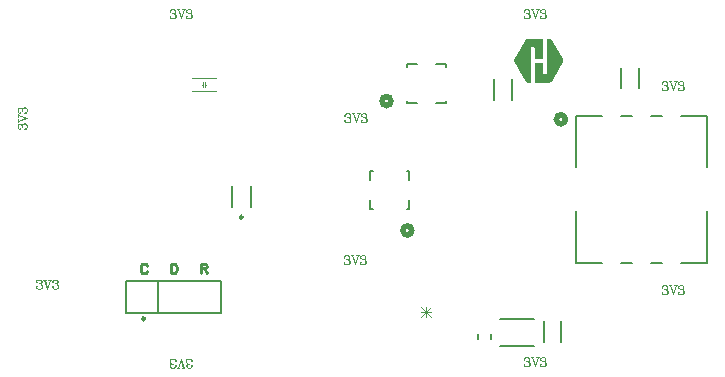
<source format=gbr>
G04*
G04 #@! TF.GenerationSoftware,Altium Limited,Altium Designer,25.8.1 (18)*
G04*
G04 Layer_Color=65535*
%FSLAX44Y44*%
%MOMM*%
G71*
G04*
G04 #@! TF.SameCoordinates,2BA7E10B-6E93-4220-B227-DF091A9E169F*
G04*
G04*
G04 #@! TF.FilePolarity,Positive*
G04*
G01*
G75*
%ADD10C,0.5080*%
%ADD11C,0.2500*%
%ADD12C,0.1524*%
%ADD13C,0.2000*%
%ADD14C,0.1000*%
%ADD15C,0.0800*%
%ADD16C,0.0762*%
%ADD17C,0.2540*%
G36*
X155852Y126433D02*
Y126281D01*
Y126128D01*
Y125976D01*
Y125823D01*
Y125671D01*
Y125519D01*
Y125366D01*
Y125214D01*
Y125062D01*
Y124909D01*
Y124757D01*
Y124604D01*
Y124452D01*
Y124299D01*
Y124147D01*
Y123995D01*
Y123842D01*
Y123690D01*
Y123538D01*
Y123385D01*
Y123233D01*
Y123080D01*
Y122928D01*
Y122775D01*
Y122623D01*
Y122471D01*
Y122318D01*
Y122166D01*
Y122014D01*
Y121861D01*
Y121709D01*
Y121556D01*
Y121404D01*
Y121251D01*
Y121099D01*
Y120947D01*
Y120794D01*
Y120642D01*
Y120490D01*
Y120337D01*
Y120185D01*
Y120032D01*
Y119880D01*
Y119727D01*
Y119575D01*
Y119423D01*
Y119270D01*
Y119118D01*
Y118966D01*
Y118813D01*
Y118661D01*
Y118508D01*
Y118356D01*
Y118203D01*
Y118051D01*
Y117899D01*
Y117746D01*
Y117594D01*
Y117442D01*
Y117289D01*
Y117137D01*
Y116984D01*
Y116832D01*
Y116679D01*
Y116527D01*
Y116375D01*
Y116222D01*
Y116070D01*
Y115918D01*
Y115765D01*
Y115613D01*
Y115460D01*
Y115308D01*
Y115155D01*
Y115003D01*
Y114851D01*
Y114698D01*
Y114546D01*
Y114394D01*
Y114241D01*
Y114089D01*
Y113936D01*
Y113784D01*
Y113631D01*
Y113479D01*
Y113327D01*
Y113174D01*
Y113022D01*
Y112870D01*
Y112717D01*
Y112565D01*
Y112412D01*
Y112260D01*
Y112107D01*
Y111955D01*
Y111803D01*
Y111650D01*
Y111498D01*
Y111346D01*
Y111193D01*
Y111041D01*
Y110888D01*
Y110736D01*
Y110583D01*
Y110431D01*
Y110279D01*
Y110126D01*
Y109974D01*
X148842D01*
Y110126D01*
X148690D01*
Y110279D01*
Y110431D01*
Y110583D01*
Y110736D01*
Y110888D01*
Y111041D01*
Y111193D01*
Y111346D01*
Y111498D01*
Y111650D01*
Y111803D01*
Y111955D01*
Y112107D01*
Y112260D01*
Y112412D01*
Y112565D01*
Y112717D01*
Y112870D01*
Y113022D01*
Y113174D01*
Y113327D01*
Y113479D01*
Y113631D01*
Y113784D01*
Y113936D01*
Y114089D01*
Y114241D01*
Y114394D01*
Y114546D01*
Y114698D01*
Y114851D01*
Y115003D01*
Y115155D01*
Y115308D01*
Y115460D01*
Y115613D01*
Y115765D01*
Y115918D01*
Y116070D01*
Y116222D01*
Y116375D01*
Y116527D01*
Y116679D01*
Y116832D01*
Y116984D01*
Y117137D01*
Y117289D01*
Y117442D01*
Y117594D01*
Y117746D01*
Y117899D01*
Y118051D01*
Y118203D01*
Y118356D01*
Y118508D01*
Y118661D01*
Y118813D01*
X148537D01*
Y118966D01*
Y119118D01*
X148385D01*
Y119270D01*
X148232D01*
Y119423D01*
X148080D01*
Y119575D01*
X147775D01*
Y119727D01*
X147166D01*
Y119880D01*
X147013D01*
Y119727D01*
X146404D01*
Y119575D01*
X146099D01*
Y119423D01*
X145947D01*
Y119270D01*
X145794D01*
Y119118D01*
X145642D01*
Y118966D01*
Y118813D01*
X145489D01*
Y118661D01*
Y118508D01*
Y118356D01*
Y118203D01*
Y118051D01*
Y117899D01*
Y117746D01*
Y117594D01*
Y117442D01*
Y117289D01*
Y117137D01*
Y116984D01*
Y116832D01*
Y116679D01*
Y116527D01*
Y116375D01*
Y116222D01*
Y116070D01*
Y115918D01*
Y115765D01*
Y115613D01*
Y115460D01*
Y115308D01*
Y115155D01*
Y115003D01*
X145337D01*
Y114851D01*
Y114698D01*
Y114546D01*
Y114394D01*
Y114241D01*
Y114089D01*
Y113936D01*
Y113784D01*
Y113631D01*
Y113479D01*
Y113327D01*
Y113174D01*
Y113022D01*
Y112870D01*
Y112717D01*
Y112565D01*
Y112412D01*
Y112260D01*
Y112107D01*
Y111955D01*
Y111803D01*
Y111650D01*
Y111498D01*
Y111346D01*
Y111193D01*
Y111041D01*
Y110888D01*
Y110736D01*
Y110583D01*
Y110431D01*
Y110279D01*
Y110126D01*
Y109974D01*
Y109822D01*
Y109669D01*
Y109517D01*
Y109364D01*
Y109212D01*
Y109059D01*
Y108907D01*
Y108755D01*
Y108602D01*
Y108450D01*
Y108298D01*
Y108145D01*
Y107993D01*
Y107840D01*
Y107688D01*
Y107535D01*
Y107383D01*
Y107231D01*
Y107078D01*
Y106926D01*
Y106774D01*
Y106621D01*
Y106469D01*
Y106316D01*
Y106164D01*
Y106011D01*
Y105859D01*
Y105707D01*
Y105554D01*
X145489D01*
Y105402D01*
Y105250D01*
Y105097D01*
Y104945D01*
Y104792D01*
Y104640D01*
Y104487D01*
Y104335D01*
Y104183D01*
Y104030D01*
Y103878D01*
Y103726D01*
Y103573D01*
Y103421D01*
Y103268D01*
Y103116D01*
Y102963D01*
Y102811D01*
Y102659D01*
Y102506D01*
Y102354D01*
Y102201D01*
Y102049D01*
Y101897D01*
Y101744D01*
Y101592D01*
Y101440D01*
Y101287D01*
Y101135D01*
Y100982D01*
Y100830D01*
Y100677D01*
Y100525D01*
Y100373D01*
Y100220D01*
Y100068D01*
Y99916D01*
Y99763D01*
Y99611D01*
Y99458D01*
Y99306D01*
Y99153D01*
Y99001D01*
Y98849D01*
Y98696D01*
Y98544D01*
Y98392D01*
Y98239D01*
Y98087D01*
Y97934D01*
Y97782D01*
Y97629D01*
Y97477D01*
Y97325D01*
Y97172D01*
Y97020D01*
Y96868D01*
Y96715D01*
Y96563D01*
Y96410D01*
Y96258D01*
Y96105D01*
Y95953D01*
Y95801D01*
Y95648D01*
Y95496D01*
Y95344D01*
Y95191D01*
Y95039D01*
Y94886D01*
Y94734D01*
Y94581D01*
Y94429D01*
Y94277D01*
Y94124D01*
Y93972D01*
Y93820D01*
Y93667D01*
Y93515D01*
Y93362D01*
Y93210D01*
Y93057D01*
Y92905D01*
Y92753D01*
Y92600D01*
Y92448D01*
Y92296D01*
Y92143D01*
Y91991D01*
Y91838D01*
Y91686D01*
Y91533D01*
Y91381D01*
Y91229D01*
Y91076D01*
Y90924D01*
Y90772D01*
Y90619D01*
Y90467D01*
Y90314D01*
Y90162D01*
Y90009D01*
Y89857D01*
X145337D01*
Y89705D01*
X142746D01*
Y89857D01*
X142136D01*
Y90009D01*
X141832D01*
Y90162D01*
X141679D01*
Y90314D01*
X141527D01*
Y90467D01*
X141222D01*
Y90619D01*
Y90772D01*
X141070D01*
Y90924D01*
X140917D01*
Y91076D01*
Y91229D01*
X140765D01*
Y91381D01*
X140612D01*
Y91533D01*
Y91686D01*
X140460D01*
Y91838D01*
Y91991D01*
X140308D01*
Y92143D01*
Y92296D01*
X140155D01*
Y92448D01*
X140003D01*
Y92600D01*
Y92753D01*
X139851D01*
Y92905D01*
Y93057D01*
X139698D01*
Y93210D01*
X139546D01*
Y93362D01*
Y93515D01*
X139393D01*
Y93667D01*
Y93820D01*
X139241D01*
Y93972D01*
Y94124D01*
X139088D01*
Y94277D01*
X138936D01*
Y94429D01*
Y94581D01*
X138784D01*
Y94734D01*
Y94886D01*
X138631D01*
Y95039D01*
Y95191D01*
X138479D01*
Y95344D01*
X138327D01*
Y95496D01*
Y95648D01*
X138174D01*
Y95801D01*
Y95953D01*
X138022D01*
Y96105D01*
Y96258D01*
X137869D01*
Y96410D01*
X137717D01*
Y96563D01*
Y96715D01*
X137564D01*
Y96868D01*
Y97020D01*
X137412D01*
Y97172D01*
X137260D01*
Y97325D01*
Y97477D01*
X137107D01*
Y97629D01*
Y97782D01*
X136955D01*
Y97934D01*
Y98087D01*
X136803D01*
Y98239D01*
X136650D01*
Y98392D01*
Y98544D01*
X136498D01*
Y98696D01*
Y98849D01*
X136345D01*
Y99001D01*
Y99153D01*
X136193D01*
Y99306D01*
X136040D01*
Y99458D01*
Y99611D01*
X135888D01*
Y99763D01*
Y99916D01*
X135736D01*
Y100068D01*
Y100220D01*
X135583D01*
Y100373D01*
X135431D01*
Y100525D01*
Y100677D01*
X135279D01*
Y100830D01*
Y100982D01*
X135126D01*
Y101135D01*
Y101287D01*
X134974D01*
Y101440D01*
X134821D01*
Y101592D01*
Y101744D01*
X134669D01*
Y101897D01*
Y102049D01*
X134516D01*
Y102201D01*
Y102354D01*
X134364D01*
Y102506D01*
X134212D01*
Y102659D01*
Y102811D01*
X134059D01*
Y102963D01*
Y103116D01*
X133907D01*
Y103268D01*
X133755D01*
Y103421D01*
Y103573D01*
X133602D01*
Y103726D01*
Y103878D01*
X133450D01*
Y104030D01*
Y104183D01*
X133297D01*
Y104335D01*
X133145D01*
Y104487D01*
Y104640D01*
X132992D01*
Y104792D01*
Y104945D01*
X132840D01*
Y105097D01*
Y105250D01*
X132688D01*
Y105402D01*
X132535D01*
Y105554D01*
Y105707D01*
X132383D01*
Y105859D01*
Y106011D01*
X132231D01*
Y106164D01*
Y106316D01*
X132078D01*
Y106469D01*
X131926D01*
Y106621D01*
Y106774D01*
X131773D01*
Y106926D01*
Y107078D01*
X131621D01*
Y107231D01*
Y107383D01*
X131468D01*
Y107535D01*
Y107688D01*
Y107840D01*
Y107993D01*
Y108145D01*
Y108298D01*
Y108450D01*
Y108602D01*
Y108755D01*
Y108907D01*
X131621D01*
Y109059D01*
Y109212D01*
Y109364D01*
X131773D01*
Y109517D01*
Y109669D01*
X131926D01*
Y109822D01*
X132078D01*
Y109974D01*
Y110126D01*
X132231D01*
Y110279D01*
Y110431D01*
X132383D01*
Y110583D01*
Y110736D01*
X132535D01*
Y110888D01*
X132688D01*
Y111041D01*
Y111193D01*
X132840D01*
Y111346D01*
Y111498D01*
X132992D01*
Y111650D01*
X133145D01*
Y111803D01*
Y111955D01*
X133297D01*
Y112107D01*
Y112260D01*
X133450D01*
Y112412D01*
Y112565D01*
X133602D01*
Y112717D01*
X133755D01*
Y112870D01*
Y113022D01*
X133907D01*
Y113174D01*
Y113327D01*
X134059D01*
Y113479D01*
Y113631D01*
X134212D01*
Y113784D01*
X134364D01*
Y113936D01*
Y114089D01*
X134516D01*
Y114241D01*
X134669D01*
Y114394D01*
Y114546D01*
X134821D01*
Y114698D01*
Y114851D01*
X134974D01*
Y115003D01*
Y115155D01*
X135126D01*
Y115308D01*
X135279D01*
Y115460D01*
Y115613D01*
X135431D01*
Y115765D01*
Y115918D01*
X135583D01*
Y116070D01*
Y116222D01*
X135736D01*
Y116375D01*
X135888D01*
Y116527D01*
Y116679D01*
X136040D01*
Y116832D01*
Y116984D01*
X136193D01*
Y117137D01*
Y117289D01*
X136345D01*
Y117442D01*
X136498D01*
Y117594D01*
Y117746D01*
X136650D01*
Y117899D01*
Y118051D01*
X136803D01*
Y118203D01*
X136955D01*
Y118356D01*
Y118508D01*
X137107D01*
Y118661D01*
Y118813D01*
X137260D01*
Y118966D01*
Y119118D01*
X137412D01*
Y119270D01*
X137564D01*
Y119423D01*
Y119575D01*
X137717D01*
Y119727D01*
Y119880D01*
X137869D01*
Y120032D01*
Y120185D01*
X138022D01*
Y120337D01*
X138174D01*
Y120490D01*
Y120642D01*
X138327D01*
Y120794D01*
Y120947D01*
X138479D01*
Y121099D01*
Y121251D01*
X138631D01*
Y121404D01*
X138784D01*
Y121556D01*
Y121709D01*
X138936D01*
Y121861D01*
Y122014D01*
X139088D01*
Y122166D01*
X139241D01*
Y122318D01*
Y122471D01*
X139393D01*
Y122623D01*
Y122775D01*
X139546D01*
Y122928D01*
Y123080D01*
X139698D01*
Y123233D01*
X139851D01*
Y123385D01*
Y123538D01*
X140003D01*
Y123690D01*
Y123842D01*
X140155D01*
Y123995D01*
Y124147D01*
X140308D01*
Y124299D01*
X140460D01*
Y124452D01*
Y124604D01*
X140612D01*
Y124757D01*
Y124909D01*
X140765D01*
Y125062D01*
Y125214D01*
X140917D01*
Y125366D01*
X141070D01*
Y125519D01*
Y125671D01*
X141222D01*
Y125823D01*
X141375D01*
Y125976D01*
X141527D01*
Y126128D01*
X141832D01*
Y126281D01*
X142136D01*
Y126433D01*
X142441D01*
Y126586D01*
X155852D01*
Y126433D01*
D02*
G37*
G36*
X162101D02*
X162558D01*
Y126281D01*
X162863D01*
Y126128D01*
X163015D01*
Y125976D01*
X163168D01*
Y125823D01*
X163320D01*
Y125671D01*
X163472D01*
Y125519D01*
X163625D01*
Y125366D01*
X163777D01*
Y125214D01*
Y125062D01*
X163930D01*
Y124909D01*
Y124757D01*
X164082D01*
Y124604D01*
Y124452D01*
X164235D01*
Y124299D01*
X164387D01*
Y124147D01*
Y123995D01*
X164539D01*
Y123842D01*
Y123690D01*
X164692D01*
Y123538D01*
X164844D01*
Y123385D01*
Y123233D01*
X164996D01*
Y123080D01*
Y122928D01*
X165149D01*
Y122775D01*
Y122623D01*
X165301D01*
Y122471D01*
X165454D01*
Y122318D01*
Y122166D01*
X165606D01*
Y122014D01*
Y121861D01*
X165758D01*
Y121709D01*
Y121556D01*
X165911D01*
Y121404D01*
X166063D01*
Y121251D01*
Y121099D01*
X166216D01*
Y120947D01*
Y120794D01*
X166368D01*
Y120642D01*
Y120490D01*
X166521D01*
Y120337D01*
X166673D01*
Y120185D01*
Y120032D01*
X166825D01*
Y119880D01*
Y119727D01*
X166978D01*
Y119575D01*
X167130D01*
Y119423D01*
Y119270D01*
X167283D01*
Y119118D01*
Y118966D01*
X167435D01*
Y118813D01*
Y118661D01*
X167587D01*
Y118508D01*
X167740D01*
Y118356D01*
Y118203D01*
X167892D01*
Y118051D01*
Y117899D01*
X168044D01*
Y117746D01*
Y117594D01*
X168197D01*
Y117442D01*
X168349D01*
Y117289D01*
Y117137D01*
X168502D01*
Y116984D01*
Y116832D01*
X168654D01*
Y116679D01*
Y116527D01*
X168806D01*
Y116375D01*
X168959D01*
Y116222D01*
Y116070D01*
X169111D01*
Y115918D01*
Y115765D01*
X169264D01*
Y115613D01*
X169416D01*
Y115460D01*
Y115308D01*
X169569D01*
Y115155D01*
Y115003D01*
X169721D01*
Y114851D01*
Y114698D01*
X169873D01*
Y114546D01*
X170026D01*
Y114394D01*
Y114241D01*
X170178D01*
Y114089D01*
Y113936D01*
X170331D01*
Y113784D01*
Y113631D01*
X170483D01*
Y113479D01*
X170635D01*
Y113327D01*
Y113174D01*
X170788D01*
Y113022D01*
Y112870D01*
X170940D01*
Y112717D01*
Y112565D01*
X171092D01*
Y112412D01*
X171245D01*
Y112260D01*
Y112107D01*
X171397D01*
Y111955D01*
Y111803D01*
X171550D01*
Y111650D01*
X171702D01*
Y111498D01*
Y111346D01*
X171854D01*
Y111193D01*
Y111041D01*
X172007D01*
Y110888D01*
Y110736D01*
X172159D01*
Y110583D01*
X172312D01*
Y110431D01*
Y110279D01*
X172464D01*
Y110126D01*
Y109974D01*
X172617D01*
Y109822D01*
Y109669D01*
X172769D01*
Y109517D01*
X172921D01*
Y109364D01*
Y109212D01*
X173074D01*
Y109059D01*
Y108907D01*
Y108755D01*
Y108602D01*
X173226D01*
Y108450D01*
Y108298D01*
Y108145D01*
Y107993D01*
Y107840D01*
X173074D01*
Y107688D01*
Y107535D01*
Y107383D01*
Y107231D01*
X172921D01*
Y107078D01*
Y106926D01*
X172769D01*
Y106774D01*
Y106621D01*
X172617D01*
Y106469D01*
Y106316D01*
X172464D01*
Y106164D01*
X172312D01*
Y106011D01*
Y105859D01*
X172159D01*
Y105707D01*
Y105554D01*
X172007D01*
Y105402D01*
X171854D01*
Y105250D01*
Y105097D01*
X171702D01*
Y104945D01*
Y104792D01*
X171550D01*
Y104640D01*
Y104487D01*
X171397D01*
Y104335D01*
X171245D01*
Y104183D01*
Y104030D01*
X171092D01*
Y103878D01*
Y103726D01*
X170940D01*
Y103573D01*
Y103421D01*
X170788D01*
Y103268D01*
X170635D01*
Y103116D01*
Y102963D01*
X170483D01*
Y102811D01*
Y102659D01*
X170331D01*
Y102506D01*
X170178D01*
Y102354D01*
Y102201D01*
X170026D01*
Y102049D01*
Y101897D01*
X169873D01*
Y101744D01*
Y101592D01*
X169721D01*
Y101440D01*
X169569D01*
Y101287D01*
Y101135D01*
X169416D01*
Y100982D01*
Y100830D01*
X169264D01*
Y100677D01*
Y100525D01*
X169111D01*
Y100373D01*
X168959D01*
Y100220D01*
Y100068D01*
X168806D01*
Y99916D01*
Y99763D01*
X168654D01*
Y99611D01*
X168502D01*
Y99458D01*
Y99306D01*
X168349D01*
Y99153D01*
Y99001D01*
X168197D01*
Y98849D01*
Y98696D01*
X168044D01*
Y98544D01*
X167892D01*
Y98392D01*
Y98239D01*
X167740D01*
Y98087D01*
Y97934D01*
X167587D01*
Y97782D01*
Y97629D01*
X167435D01*
Y97477D01*
Y97325D01*
X167283D01*
Y97172D01*
Y97020D01*
X167130D01*
Y96868D01*
X166978D01*
Y96715D01*
Y96563D01*
X166825D01*
Y96410D01*
Y96258D01*
X166673D01*
Y96105D01*
X166521D01*
Y95953D01*
Y95801D01*
X166368D01*
Y95648D01*
Y95496D01*
X166216D01*
Y95344D01*
Y95191D01*
X166063D01*
Y95039D01*
X165911D01*
Y94886D01*
Y94734D01*
X165758D01*
Y94581D01*
Y94429D01*
X165606D01*
Y94277D01*
Y94124D01*
X165454D01*
Y93972D01*
X165301D01*
Y93820D01*
Y93667D01*
X165149D01*
Y93515D01*
Y93362D01*
X164996D01*
Y93210D01*
Y93057D01*
X164844D01*
Y92905D01*
X164692D01*
Y92753D01*
Y92600D01*
X164539D01*
Y92448D01*
Y92296D01*
X164387D01*
Y92143D01*
Y91991D01*
X164235D01*
Y91838D01*
X164082D01*
Y91686D01*
Y91533D01*
X163930D01*
Y91381D01*
Y91229D01*
X163777D01*
Y91076D01*
X163625D01*
Y90924D01*
Y90772D01*
X163472D01*
Y90619D01*
X163320D01*
Y90467D01*
X163168D01*
Y90314D01*
X163015D01*
Y90162D01*
X162710D01*
Y90009D01*
X162406D01*
Y89857D01*
X161949D01*
Y89705D01*
X148842D01*
Y89857D01*
X148690D01*
Y90009D01*
Y90162D01*
Y90314D01*
Y90467D01*
Y90619D01*
Y90772D01*
Y90924D01*
Y91076D01*
Y91229D01*
Y91381D01*
Y91533D01*
Y91686D01*
Y91838D01*
Y91991D01*
Y92143D01*
Y92296D01*
Y92448D01*
Y92600D01*
Y92753D01*
Y92905D01*
Y93057D01*
Y93210D01*
Y93362D01*
Y93515D01*
Y93667D01*
Y93820D01*
Y93972D01*
Y94124D01*
Y94277D01*
Y94429D01*
Y94581D01*
Y94734D01*
Y94886D01*
Y95039D01*
Y95191D01*
Y95344D01*
Y95496D01*
Y95648D01*
Y95801D01*
Y95953D01*
Y96105D01*
Y96258D01*
Y96410D01*
Y96563D01*
Y96715D01*
Y96868D01*
Y97020D01*
Y97172D01*
Y97325D01*
Y97477D01*
Y97629D01*
Y97782D01*
Y97934D01*
Y98087D01*
Y98239D01*
Y98392D01*
Y98544D01*
Y98696D01*
Y98849D01*
Y99001D01*
Y99153D01*
Y99306D01*
Y99458D01*
Y99611D01*
Y99763D01*
Y99916D01*
Y100068D01*
Y100220D01*
Y100373D01*
Y100525D01*
Y100677D01*
Y100830D01*
Y100982D01*
Y101135D01*
Y101287D01*
Y101440D01*
Y101592D01*
Y101744D01*
Y101897D01*
Y102049D01*
Y102201D01*
Y102354D01*
Y102506D01*
Y102659D01*
Y102811D01*
Y102963D01*
Y103116D01*
Y103268D01*
Y103421D01*
Y103573D01*
Y103726D01*
Y103878D01*
Y104030D01*
Y104183D01*
Y104335D01*
Y104487D01*
Y104640D01*
Y104792D01*
Y104945D01*
Y105097D01*
Y105250D01*
Y105402D01*
Y105554D01*
Y105707D01*
Y105859D01*
Y106011D01*
Y106164D01*
Y106316D01*
X148842D01*
Y106469D01*
X155852D01*
Y106316D01*
Y106164D01*
Y106011D01*
Y105859D01*
Y105707D01*
Y105554D01*
Y105402D01*
Y105250D01*
Y105097D01*
Y104945D01*
Y104792D01*
Y104640D01*
Y104487D01*
Y104335D01*
Y104183D01*
Y104030D01*
Y103878D01*
Y103726D01*
Y103573D01*
Y103421D01*
Y103268D01*
Y103116D01*
Y102963D01*
Y102811D01*
Y102659D01*
Y102506D01*
Y102354D01*
Y102201D01*
Y102049D01*
Y101897D01*
Y101744D01*
Y101592D01*
Y101440D01*
Y101287D01*
Y101135D01*
Y100982D01*
Y100830D01*
Y100677D01*
Y100525D01*
Y100373D01*
X156005D01*
Y100220D01*
Y100068D01*
Y99916D01*
Y99763D01*
Y99611D01*
Y99458D01*
Y99306D01*
Y99153D01*
Y99001D01*
Y98849D01*
Y98696D01*
Y98544D01*
Y98392D01*
Y98239D01*
Y98087D01*
Y97934D01*
Y97782D01*
Y97629D01*
Y97477D01*
X156157D01*
Y97325D01*
X156310D01*
Y97172D01*
Y97020D01*
X156615D01*
Y96868D01*
X156767D01*
Y96715D01*
X157224D01*
Y96563D01*
X157986D01*
Y96715D01*
X158291D01*
Y96868D01*
X158596D01*
Y97020D01*
X158748D01*
Y97172D01*
X158900D01*
Y97325D01*
X159053D01*
Y97477D01*
Y97629D01*
Y97782D01*
X159205D01*
Y97934D01*
Y98087D01*
Y98239D01*
Y98392D01*
Y98544D01*
Y98696D01*
Y98849D01*
Y99001D01*
Y99153D01*
Y99306D01*
Y99458D01*
Y99611D01*
Y99763D01*
Y99916D01*
Y100068D01*
Y100220D01*
Y100373D01*
Y100525D01*
Y100677D01*
Y100830D01*
Y100982D01*
Y101135D01*
Y101287D01*
Y101440D01*
Y101592D01*
Y101744D01*
Y101897D01*
Y102049D01*
Y102201D01*
Y102354D01*
Y102506D01*
Y102659D01*
Y102811D01*
Y102963D01*
Y103116D01*
Y103268D01*
Y103421D01*
Y103573D01*
Y103726D01*
Y103878D01*
Y104030D01*
Y104183D01*
Y104335D01*
Y104487D01*
Y104640D01*
Y104792D01*
Y104945D01*
Y105097D01*
Y105250D01*
Y105402D01*
Y105554D01*
Y105707D01*
Y105859D01*
Y106011D01*
Y106164D01*
Y106316D01*
Y106469D01*
Y106621D01*
Y106774D01*
Y106926D01*
Y107078D01*
Y107231D01*
Y107383D01*
Y107535D01*
Y107688D01*
Y107840D01*
Y107993D01*
Y108145D01*
Y108298D01*
Y108450D01*
Y108602D01*
Y108755D01*
Y108907D01*
Y109059D01*
Y109212D01*
Y109364D01*
Y109517D01*
Y109669D01*
Y109822D01*
Y109974D01*
Y110126D01*
Y110279D01*
Y110431D01*
Y110583D01*
Y110736D01*
Y110888D01*
Y111041D01*
Y111193D01*
Y111346D01*
Y111498D01*
Y111650D01*
Y111803D01*
Y111955D01*
Y112107D01*
Y112260D01*
Y112412D01*
Y112565D01*
Y112717D01*
Y112870D01*
Y113022D01*
Y113174D01*
Y113327D01*
Y113479D01*
Y113631D01*
Y113784D01*
Y113936D01*
Y114089D01*
Y114241D01*
Y114394D01*
Y114546D01*
Y114698D01*
Y114851D01*
Y115003D01*
Y115155D01*
Y115308D01*
Y115460D01*
Y115613D01*
Y115765D01*
Y115918D01*
Y116070D01*
Y116222D01*
Y116375D01*
Y116527D01*
Y116679D01*
Y116832D01*
Y116984D01*
Y117137D01*
Y117289D01*
Y117442D01*
Y117594D01*
Y117746D01*
Y117899D01*
Y118051D01*
Y118203D01*
Y118356D01*
Y118508D01*
Y118661D01*
Y118813D01*
Y118966D01*
Y119118D01*
Y119270D01*
Y119423D01*
Y119575D01*
Y119727D01*
Y119880D01*
Y120032D01*
Y120185D01*
Y120337D01*
Y120490D01*
Y120642D01*
Y120794D01*
Y120947D01*
Y121099D01*
Y121251D01*
Y121404D01*
Y121556D01*
Y121709D01*
Y121861D01*
Y122014D01*
Y122166D01*
Y122318D01*
Y122471D01*
Y122623D01*
Y122775D01*
Y122928D01*
Y123080D01*
Y123233D01*
Y123385D01*
Y123538D01*
Y123690D01*
Y123842D01*
Y123995D01*
Y124147D01*
Y124299D01*
Y124452D01*
Y124604D01*
Y124757D01*
Y124909D01*
Y125062D01*
Y125214D01*
Y125366D01*
Y125519D01*
Y125671D01*
Y125823D01*
Y125976D01*
Y126128D01*
Y126281D01*
Y126433D01*
Y126586D01*
X162101D01*
Y126433D01*
D02*
G37*
D10*
X27157Y73994D02*
G03*
X27157Y73994I-3810J0D01*
G01*
X44819Y-35543D02*
G03*
X44819Y-35543I-3810J0D01*
G01*
X174846Y58532D02*
G03*
X174846Y58532I-3810J0D01*
G01*
D11*
X-98245Y-24314D02*
G03*
X-98245Y-24314I-1250J0D01*
G01*
X-181179Y-110352D02*
G03*
X-181179Y-110352I-1250J0D01*
G01*
D12*
X100898Y-127355D02*
Y-123507D01*
X111438Y-127355D02*
Y-123507D01*
X41127Y72343D02*
X49103D01*
X73639D02*
Y74477D01*
X65663Y105617D02*
X73639D01*
X41127Y103230D02*
Y105617D01*
X65663Y72343D02*
X73639D01*
X41127D02*
Y74477D01*
X73639Y103230D02*
Y105617D01*
X41127D02*
X49103D01*
X42660Y-17763D02*
Y-9788D01*
X40526Y14749D02*
X42660D01*
X9386Y6773D02*
Y14749D01*
Y-17763D02*
X11774D01*
X42660Y6773D02*
Y14749D01*
X40526Y-17763D02*
X42660D01*
X9386Y14749D02*
X11774D01*
X9386Y-17763D02*
Y-9788D01*
X272830Y61762D02*
X294394D01*
X183904Y17845D02*
Y61762D01*
Y-62698D02*
X205469D01*
X294394D02*
Y-18781D01*
X183904Y61762D02*
X205469D01*
X222030D02*
X230869D01*
X247430D02*
X256269D01*
X222030Y-62698D02*
X230869D01*
X247430D02*
X256269D01*
X272830D02*
X294394D01*
Y17845D02*
Y61762D01*
X183904Y-62698D02*
Y-18781D01*
D13*
X119230Y-133255D02*
X148292D01*
X119230Y-110693D02*
X148292D01*
X156324Y-129795D02*
Y-112295D01*
X170824Y-129795D02*
Y-112295D01*
X114295Y74988D02*
Y92488D01*
X129295Y74988D02*
Y92488D01*
X236780Y84714D02*
Y102214D01*
X222279Y84714D02*
Y102214D01*
X-91496Y-16064D02*
Y1936D01*
X-107495Y-16064D02*
Y1936D01*
X-169729Y-105452D02*
Y-78752D01*
X-197029Y-105452D02*
Y-78752D01*
Y-105452D02*
X-117029D01*
Y-78752D01*
X-197029D02*
X-117029D01*
D14*
X-141435Y82483D02*
X-120935D01*
X-141435Y93483D02*
X-120685D01*
D15*
X-130185Y85983D02*
Y89983D01*
X-132185Y85983D02*
Y89983D01*
X-133185Y87983D02*
X-132185D01*
X-130185D02*
X-129185D01*
D16*
X52359Y-109220D02*
X60823Y-100756D01*
Y-109220D02*
X52359Y-100756D01*
X56590Y-109220D02*
Y-100756D01*
X60823Y-104988D02*
X52359D01*
X256649Y-83493D02*
X257012Y-83856D01*
X256649Y-84219D01*
X256286Y-83856D01*
Y-83493D01*
X256649Y-82768D01*
X257012Y-82405D01*
X258100Y-82042D01*
X259551D01*
X260639Y-82405D01*
X261002Y-83130D01*
Y-84219D01*
X260639Y-84944D01*
X259551Y-85307D01*
X258463D01*
X259551Y-82042D02*
X260277Y-82405D01*
X260639Y-83130D01*
Y-84219D01*
X260277Y-84944D01*
X259551Y-85307D01*
X260277Y-85670D01*
X261002Y-86395D01*
X261365Y-87121D01*
Y-88209D01*
X261002Y-88935D01*
X260639Y-89298D01*
X259551Y-89660D01*
X258100D01*
X257012Y-89298D01*
X256649Y-88935D01*
X256286Y-88209D01*
Y-87846D01*
X256649Y-87484D01*
X257012Y-87846D01*
X256649Y-88209D01*
X260639Y-86033D02*
X261002Y-87121D01*
Y-88209D01*
X260639Y-88935D01*
X260277Y-89298D01*
X259551Y-89660D01*
X263215Y-82042D02*
X265755Y-89660D01*
X263578Y-82042D02*
X265755Y-88572D01*
X268294Y-82042D02*
X265755Y-89660D01*
X262489Y-82042D02*
X264666D01*
X266843D02*
X269020D01*
X270362Y-83493D02*
X270725Y-83856D01*
X270362Y-84219D01*
X269999Y-83856D01*
Y-83493D01*
X270362Y-82768D01*
X270725Y-82405D01*
X271813Y-82042D01*
X273264D01*
X274352Y-82405D01*
X274715Y-83130D01*
Y-84219D01*
X274352Y-84944D01*
X273264Y-85307D01*
X272176D01*
X273264Y-82042D02*
X273990Y-82405D01*
X274352Y-83130D01*
Y-84219D01*
X273990Y-84944D01*
X273264Y-85307D01*
X273990Y-85670D01*
X274715Y-86395D01*
X275078Y-87121D01*
Y-88209D01*
X274715Y-88935D01*
X274352Y-89298D01*
X273264Y-89660D01*
X271813D01*
X270725Y-89298D01*
X270362Y-88935D01*
X269999Y-88209D01*
Y-87846D01*
X270362Y-87484D01*
X270725Y-87846D01*
X270362Y-88209D01*
X274352Y-86033D02*
X274715Y-87121D01*
Y-88209D01*
X274352Y-88935D01*
X273990Y-89298D01*
X273264Y-89660D01*
X256649Y89227D02*
X257012Y88864D01*
X256649Y88501D01*
X256286Y88864D01*
Y89227D01*
X256649Y89952D01*
X257012Y90315D01*
X258100Y90678D01*
X259551D01*
X260639Y90315D01*
X261002Y89590D01*
Y88501D01*
X260639Y87776D01*
X259551Y87413D01*
X258463D01*
X259551Y90678D02*
X260277Y90315D01*
X260639Y89590D01*
Y88501D01*
X260277Y87776D01*
X259551Y87413D01*
X260277Y87050D01*
X261002Y86325D01*
X261365Y85599D01*
Y84511D01*
X261002Y83785D01*
X260639Y83422D01*
X259551Y83060D01*
X258100D01*
X257012Y83422D01*
X256649Y83785D01*
X256286Y84511D01*
Y84874D01*
X256649Y85236D01*
X257012Y84874D01*
X256649Y84511D01*
X260639Y86687D02*
X261002Y85599D01*
Y84511D01*
X260639Y83785D01*
X260277Y83422D01*
X259551Y83060D01*
X263215Y90678D02*
X265755Y83060D01*
X263578Y90678D02*
X265755Y84148D01*
X268294Y90678D02*
X265755Y83060D01*
X262489Y90678D02*
X264666D01*
X266843D02*
X269020D01*
X270362Y89227D02*
X270725Y88864D01*
X270362Y88501D01*
X269999Y88864D01*
Y89227D01*
X270362Y89952D01*
X270725Y90315D01*
X271813Y90678D01*
X273264D01*
X274352Y90315D01*
X274715Y89590D01*
Y88501D01*
X274352Y87776D01*
X273264Y87413D01*
X272176D01*
X273264Y90678D02*
X273990Y90315D01*
X274352Y89590D01*
Y88501D01*
X273990Y87776D01*
X273264Y87413D01*
X273990Y87050D01*
X274715Y86325D01*
X275078Y85599D01*
Y84511D01*
X274715Y83785D01*
X274352Y83422D01*
X273264Y83060D01*
X271813D01*
X270725Y83422D01*
X270362Y83785D01*
X269999Y84511D01*
Y84874D01*
X270362Y85236D01*
X270725Y84874D01*
X270362Y84511D01*
X274352Y86687D02*
X274715Y85599D01*
Y84511D01*
X274352Y83785D01*
X273990Y83422D01*
X273264Y83060D01*
X139809Y-144453D02*
X140172Y-144816D01*
X139809Y-145179D01*
X139446Y-144816D01*
Y-144453D01*
X139809Y-143728D01*
X140172Y-143365D01*
X141260Y-143002D01*
X142711D01*
X143799Y-143365D01*
X144162Y-144090D01*
Y-145179D01*
X143799Y-145904D01*
X142711Y-146267D01*
X141623D01*
X142711Y-143002D02*
X143437Y-143365D01*
X143799Y-144090D01*
Y-145179D01*
X143437Y-145904D01*
X142711Y-146267D01*
X143437Y-146630D01*
X144162Y-147355D01*
X144525Y-148081D01*
Y-149169D01*
X144162Y-149895D01*
X143799Y-150258D01*
X142711Y-150620D01*
X141260D01*
X140172Y-150258D01*
X139809Y-149895D01*
X139446Y-149169D01*
Y-148806D01*
X139809Y-148444D01*
X140172Y-148806D01*
X139809Y-149169D01*
X143799Y-146993D02*
X144162Y-148081D01*
Y-149169D01*
X143799Y-149895D01*
X143437Y-150258D01*
X142711Y-150620D01*
X146375Y-143002D02*
X148914Y-150620D01*
X146738Y-143002D02*
X148914Y-149532D01*
X151454Y-143002D02*
X148914Y-150620D01*
X145649Y-143002D02*
X147826D01*
X150003D02*
X152180D01*
X153522Y-144453D02*
X153885Y-144816D01*
X153522Y-145179D01*
X153159Y-144816D01*
Y-144453D01*
X153522Y-143728D01*
X153885Y-143365D01*
X154973Y-143002D01*
X156424D01*
X157512Y-143365D01*
X157875Y-144090D01*
Y-145179D01*
X157512Y-145904D01*
X156424Y-146267D01*
X155336D01*
X156424Y-143002D02*
X157150Y-143365D01*
X157512Y-144090D01*
Y-145179D01*
X157150Y-145904D01*
X156424Y-146267D01*
X157150Y-146630D01*
X157875Y-147355D01*
X158238Y-148081D01*
Y-149169D01*
X157875Y-149895D01*
X157512Y-150258D01*
X156424Y-150620D01*
X154973D01*
X153885Y-150258D01*
X153522Y-149895D01*
X153159Y-149169D01*
Y-148806D01*
X153522Y-148444D01*
X153885Y-148806D01*
X153522Y-149169D01*
X157512Y-146993D02*
X157875Y-148081D01*
Y-149169D01*
X157512Y-149895D01*
X157150Y-150258D01*
X156424Y-150620D01*
X139809Y150187D02*
X140172Y149824D01*
X139809Y149461D01*
X139446Y149824D01*
Y150187D01*
X139809Y150912D01*
X140172Y151275D01*
X141260Y151638D01*
X142711D01*
X143799Y151275D01*
X144162Y150550D01*
Y149461D01*
X143799Y148736D01*
X142711Y148373D01*
X141623D01*
X142711Y151638D02*
X143437Y151275D01*
X143799Y150550D01*
Y149461D01*
X143437Y148736D01*
X142711Y148373D01*
X143437Y148010D01*
X144162Y147285D01*
X144525Y146559D01*
Y145471D01*
X144162Y144745D01*
X143799Y144382D01*
X142711Y144020D01*
X141260D01*
X140172Y144382D01*
X139809Y144745D01*
X139446Y145471D01*
Y145834D01*
X139809Y146196D01*
X140172Y145834D01*
X139809Y145471D01*
X143799Y147647D02*
X144162Y146559D01*
Y145471D01*
X143799Y144745D01*
X143437Y144382D01*
X142711Y144020D01*
X146375Y151638D02*
X148914Y144020D01*
X146738Y151638D02*
X148914Y145108D01*
X151454Y151638D02*
X148914Y144020D01*
X145649Y151638D02*
X147826D01*
X150003D02*
X152180D01*
X153522Y150187D02*
X153885Y149824D01*
X153522Y149461D01*
X153159Y149824D01*
Y150187D01*
X153522Y150912D01*
X153885Y151275D01*
X154973Y151638D01*
X156424D01*
X157512Y151275D01*
X157875Y150550D01*
Y149461D01*
X157512Y148736D01*
X156424Y148373D01*
X155336D01*
X156424Y151638D02*
X157150Y151275D01*
X157512Y150550D01*
Y149461D01*
X157150Y148736D01*
X156424Y148373D01*
X157150Y148010D01*
X157875Y147285D01*
X158238Y146559D01*
Y145471D01*
X157875Y144745D01*
X157512Y144382D01*
X156424Y144020D01*
X154973D01*
X153885Y144382D01*
X153522Y144745D01*
X153159Y145471D01*
Y145834D01*
X153522Y146196D01*
X153885Y145834D01*
X153522Y145471D01*
X157512Y147647D02*
X157875Y146559D01*
Y145471D01*
X157512Y144745D01*
X157150Y144382D01*
X156424Y144020D01*
X-12591Y-58093D02*
X-12228Y-58456D01*
X-12591Y-58819D01*
X-12954Y-58456D01*
Y-58093D01*
X-12591Y-57368D01*
X-12228Y-57005D01*
X-11140Y-56642D01*
X-9689D01*
X-8601Y-57005D01*
X-8238Y-57730D01*
Y-58819D01*
X-8601Y-59544D01*
X-9689Y-59907D01*
X-10777D01*
X-9689Y-56642D02*
X-8963Y-57005D01*
X-8601Y-57730D01*
Y-58819D01*
X-8963Y-59544D01*
X-9689Y-59907D01*
X-8963Y-60270D01*
X-8238Y-60995D01*
X-7875Y-61721D01*
Y-62809D01*
X-8238Y-63535D01*
X-8601Y-63898D01*
X-9689Y-64260D01*
X-11140D01*
X-12228Y-63898D01*
X-12591Y-63535D01*
X-12954Y-62809D01*
Y-62446D01*
X-12591Y-62084D01*
X-12228Y-62446D01*
X-12591Y-62809D01*
X-8601Y-60633D02*
X-8238Y-61721D01*
Y-62809D01*
X-8601Y-63535D01*
X-8963Y-63898D01*
X-9689Y-64260D01*
X-6025Y-56642D02*
X-3485Y-64260D01*
X-5662Y-56642D02*
X-3485Y-63172D01*
X-946Y-56642D02*
X-3485Y-64260D01*
X-6751Y-56642D02*
X-4574D01*
X-2397D02*
X-220D01*
X1122Y-58093D02*
X1485Y-58456D01*
X1122Y-58819D01*
X759Y-58456D01*
Y-58093D01*
X1122Y-57368D01*
X1485Y-57005D01*
X2573Y-56642D01*
X4024D01*
X5112Y-57005D01*
X5475Y-57730D01*
Y-58819D01*
X5112Y-59544D01*
X4024Y-59907D01*
X2936D01*
X4024Y-56642D02*
X4750Y-57005D01*
X5112Y-57730D01*
Y-58819D01*
X4750Y-59544D01*
X4024Y-59907D01*
X4750Y-60270D01*
X5475Y-60995D01*
X5838Y-61721D01*
Y-62809D01*
X5475Y-63535D01*
X5112Y-63898D01*
X4024Y-64260D01*
X2573D01*
X1485Y-63898D01*
X1122Y-63535D01*
X759Y-62809D01*
Y-62446D01*
X1122Y-62084D01*
X1485Y-62446D01*
X1122Y-62809D01*
X5112Y-60633D02*
X5475Y-61721D01*
Y-62809D01*
X5112Y-63535D01*
X4750Y-63898D01*
X4024Y-64260D01*
X-11829Y62047D02*
X-11466Y61684D01*
X-11829Y61322D01*
X-12192Y61684D01*
Y62047D01*
X-11829Y62773D01*
X-11466Y63136D01*
X-10378Y63498D01*
X-8927D01*
X-7839Y63136D01*
X-7476Y62410D01*
Y61322D01*
X-7839Y60596D01*
X-8927Y60233D01*
X-10015D01*
X-8927Y63498D02*
X-8201Y63136D01*
X-7839Y62410D01*
Y61322D01*
X-8201Y60596D01*
X-8927Y60233D01*
X-8201Y59871D01*
X-7476Y59145D01*
X-7113Y58419D01*
Y57331D01*
X-7476Y56606D01*
X-7839Y56243D01*
X-8927Y55880D01*
X-10378D01*
X-11466Y56243D01*
X-11829Y56606D01*
X-12192Y57331D01*
Y57694D01*
X-11829Y58057D01*
X-11466Y57694D01*
X-11829Y57331D01*
X-7839Y59508D02*
X-7476Y58419D01*
Y57331D01*
X-7839Y56606D01*
X-8201Y56243D01*
X-8927Y55880D01*
X-5263Y63498D02*
X-2724Y55880D01*
X-4900Y63498D02*
X-2724Y56968D01*
X-184Y63498D02*
X-2724Y55880D01*
X-5989Y63498D02*
X-3812D01*
X-1635D02*
X542D01*
X1884Y62047D02*
X2247Y61684D01*
X1884Y61322D01*
X1521Y61684D01*
Y62047D01*
X1884Y62773D01*
X2247Y63136D01*
X3335Y63498D01*
X4786D01*
X5874Y63136D01*
X6237Y62410D01*
Y61322D01*
X5874Y60596D01*
X4786Y60233D01*
X3698D01*
X4786Y63498D02*
X5512Y63136D01*
X5874Y62410D01*
Y61322D01*
X5512Y60596D01*
X4786Y60233D01*
X5512Y59871D01*
X6237Y59145D01*
X6600Y58419D01*
Y57331D01*
X6237Y56606D01*
X5874Y56243D01*
X4786Y55880D01*
X3335D01*
X2247Y56243D01*
X1884Y56606D01*
X1521Y57331D01*
Y57694D01*
X1884Y58057D01*
X2247Y57694D01*
X1884Y57331D01*
X5874Y59508D02*
X6237Y58419D01*
Y57331D01*
X5874Y56606D01*
X5512Y56243D01*
X4786Y55880D01*
X-159911Y150187D02*
X-159548Y149824D01*
X-159911Y149461D01*
X-160274Y149824D01*
Y150187D01*
X-159911Y150912D01*
X-159548Y151275D01*
X-158460Y151638D01*
X-157009D01*
X-155921Y151275D01*
X-155558Y150550D01*
Y149461D01*
X-155921Y148736D01*
X-157009Y148373D01*
X-158097D01*
X-157009Y151638D02*
X-156283Y151275D01*
X-155921Y150550D01*
Y149461D01*
X-156283Y148736D01*
X-157009Y148373D01*
X-156283Y148010D01*
X-155558Y147285D01*
X-155195Y146559D01*
Y145471D01*
X-155558Y144745D01*
X-155921Y144382D01*
X-157009Y144020D01*
X-158460D01*
X-159548Y144382D01*
X-159911Y144745D01*
X-160274Y145471D01*
Y145834D01*
X-159911Y146196D01*
X-159548Y145834D01*
X-159911Y145471D01*
X-155921Y147647D02*
X-155558Y146559D01*
Y145471D01*
X-155921Y144745D01*
X-156283Y144382D01*
X-157009Y144020D01*
X-153345Y151638D02*
X-150806Y144020D01*
X-152982Y151638D02*
X-150806Y145108D01*
X-148266Y151638D02*
X-150806Y144020D01*
X-154071Y151638D02*
X-151894D01*
X-149717D02*
X-147540D01*
X-146198Y150187D02*
X-145835Y149824D01*
X-146198Y149461D01*
X-146561Y149824D01*
Y150187D01*
X-146198Y150912D01*
X-145835Y151275D01*
X-144747Y151638D01*
X-143296D01*
X-142208Y151275D01*
X-141845Y150550D01*
Y149461D01*
X-142208Y148736D01*
X-143296Y148373D01*
X-144384D01*
X-143296Y151638D02*
X-142570Y151275D01*
X-142208Y150550D01*
Y149461D01*
X-142570Y148736D01*
X-143296Y148373D01*
X-142570Y148010D01*
X-141845Y147285D01*
X-141482Y146559D01*
Y145471D01*
X-141845Y144745D01*
X-142208Y144382D01*
X-143296Y144020D01*
X-144747D01*
X-145835Y144382D01*
X-146198Y144745D01*
X-146561Y145471D01*
Y145834D01*
X-146198Y146196D01*
X-145835Y145834D01*
X-146198Y145471D01*
X-142208Y147647D02*
X-141845Y146559D01*
Y145471D01*
X-142208Y144745D01*
X-142570Y144382D01*
X-143296Y144020D01*
X-141841Y-150187D02*
X-142204Y-149824D01*
X-141841Y-149461D01*
X-141478Y-149824D01*
Y-150187D01*
X-141841Y-150912D01*
X-142204Y-151275D01*
X-143292Y-151638D01*
X-144743D01*
X-145831Y-151275D01*
X-146194Y-150550D01*
Y-149461D01*
X-145831Y-148736D01*
X-144743Y-148373D01*
X-143655D01*
X-144743Y-151638D02*
X-145469Y-151275D01*
X-145831Y-150550D01*
Y-149461D01*
X-145469Y-148736D01*
X-144743Y-148373D01*
X-145469Y-148010D01*
X-146194Y-147285D01*
X-146557Y-146559D01*
Y-145471D01*
X-146194Y-144745D01*
X-145831Y-144382D01*
X-144743Y-144020D01*
X-143292D01*
X-142204Y-144382D01*
X-141841Y-144745D01*
X-141478Y-145471D01*
Y-145834D01*
X-141841Y-146196D01*
X-142204Y-145834D01*
X-141841Y-145471D01*
X-145831Y-147647D02*
X-146194Y-146559D01*
Y-145471D01*
X-145831Y-144745D01*
X-145469Y-144382D01*
X-144743Y-144020D01*
X-148407Y-151638D02*
X-150947Y-144020D01*
X-148770Y-151638D02*
X-150947Y-145108D01*
X-153486Y-151638D02*
X-150947Y-144020D01*
X-147682Y-151638D02*
X-149858D01*
X-152035D02*
X-154212D01*
X-155554Y-150187D02*
X-155917Y-149824D01*
X-155554Y-149461D01*
X-155191Y-149824D01*
Y-150187D01*
X-155554Y-150912D01*
X-155917Y-151275D01*
X-157005Y-151638D01*
X-158456D01*
X-159544Y-151275D01*
X-159907Y-150550D01*
Y-149461D01*
X-159544Y-148736D01*
X-158456Y-148373D01*
X-157368D01*
X-158456Y-151638D02*
X-159182Y-151275D01*
X-159544Y-150550D01*
Y-149461D01*
X-159182Y-148736D01*
X-158456Y-148373D01*
X-159182Y-148010D01*
X-159907Y-147285D01*
X-160270Y-146559D01*
Y-145471D01*
X-159907Y-144745D01*
X-159544Y-144382D01*
X-158456Y-144020D01*
X-157005D01*
X-155917Y-144382D01*
X-155554Y-144745D01*
X-155191Y-145471D01*
Y-145834D01*
X-155554Y-146196D01*
X-155917Y-145834D01*
X-155554Y-145471D01*
X-159544Y-147647D02*
X-159907Y-146559D01*
Y-145471D01*
X-159544Y-144745D01*
X-159182Y-144382D01*
X-158456Y-144020D01*
X-273045Y-78531D02*
X-272683Y-78893D01*
X-273045Y-79256D01*
X-273408Y-78893D01*
Y-78531D01*
X-273045Y-77805D01*
X-272683Y-77442D01*
X-271594Y-77079D01*
X-270143D01*
X-269055Y-77442D01*
X-268692Y-78168D01*
Y-79256D01*
X-269055Y-79982D01*
X-270143Y-80344D01*
X-271231D01*
X-270143Y-77079D02*
X-269418Y-77442D01*
X-269055Y-78168D01*
Y-79256D01*
X-269418Y-79982D01*
X-270143Y-80344D01*
X-269418Y-80707D01*
X-268692Y-81433D01*
X-268329Y-82158D01*
Y-83247D01*
X-268692Y-83972D01*
X-269055Y-84335D01*
X-270143Y-84698D01*
X-271594D01*
X-272683Y-84335D01*
X-273045Y-83972D01*
X-273408Y-83247D01*
Y-82884D01*
X-273045Y-82521D01*
X-272683Y-82884D01*
X-273045Y-83247D01*
X-269055Y-81070D02*
X-268692Y-82158D01*
Y-83247D01*
X-269055Y-83972D01*
X-269418Y-84335D01*
X-270143Y-84698D01*
X-266479Y-77079D02*
X-263940Y-84698D01*
X-266116Y-77079D02*
X-263940Y-83609D01*
X-261400Y-77079D02*
X-263940Y-84698D01*
X-267205Y-77079D02*
X-265028D01*
X-262851D02*
X-260675D01*
X-259332Y-78531D02*
X-258970Y-78893D01*
X-259332Y-79256D01*
X-259695Y-78893D01*
Y-78531D01*
X-259332Y-77805D01*
X-258970Y-77442D01*
X-257881Y-77079D01*
X-256430D01*
X-255342Y-77442D01*
X-254979Y-78168D01*
Y-79256D01*
X-255342Y-79982D01*
X-256430Y-80344D01*
X-257518D01*
X-256430Y-77079D02*
X-255704Y-77442D01*
X-255342Y-78168D01*
Y-79256D01*
X-255704Y-79982D01*
X-256430Y-80344D01*
X-255704Y-80707D01*
X-254979Y-81433D01*
X-254616Y-82158D01*
Y-83247D01*
X-254979Y-83972D01*
X-255342Y-84335D01*
X-256430Y-84698D01*
X-257881D01*
X-258970Y-84335D01*
X-259332Y-83972D01*
X-259695Y-83247D01*
Y-82884D01*
X-259332Y-82521D01*
X-258970Y-82884D01*
X-259332Y-83247D01*
X-255342Y-81070D02*
X-254979Y-82158D01*
Y-83247D01*
X-255342Y-83972D01*
X-255704Y-84335D01*
X-256430Y-84698D01*
X-287416Y50480D02*
X-287053Y50843D01*
X-286691Y50480D01*
X-287053Y50118D01*
X-287416D01*
X-288142Y50480D01*
X-288505Y50843D01*
X-288867Y51931D01*
Y53383D01*
X-288505Y54471D01*
X-287779Y54834D01*
X-286691D01*
X-285965Y54471D01*
X-285602Y53383D01*
Y52294D01*
X-288867Y53383D02*
X-288505Y54108D01*
X-287779Y54471D01*
X-286691D01*
X-285965Y54108D01*
X-285602Y53383D01*
X-285240Y54108D01*
X-284514Y54834D01*
X-283788Y55196D01*
X-282700D01*
X-281974Y54834D01*
X-281612Y54471D01*
X-281249Y53383D01*
Y51931D01*
X-281612Y50843D01*
X-281974Y50480D01*
X-282700Y50118D01*
X-283063D01*
X-283426Y50480D01*
X-283063Y50843D01*
X-282700Y50480D01*
X-284877Y54471D02*
X-283788Y54834D01*
X-282700D01*
X-281974Y54471D01*
X-281612Y54108D01*
X-281249Y53383D01*
X-288867Y57047D02*
X-281249Y59586D01*
X-288867Y57409D02*
X-282337Y59586D01*
X-288867Y62126D02*
X-281249Y59586D01*
X-288867Y56321D02*
Y58498D01*
Y60674D02*
Y62851D01*
X-287416Y64193D02*
X-287053Y64556D01*
X-286691Y64193D01*
X-287053Y63831D01*
X-287416D01*
X-288142Y64193D01*
X-288505Y64556D01*
X-288867Y65644D01*
Y67096D01*
X-288505Y68184D01*
X-287779Y68547D01*
X-286691D01*
X-285965Y68184D01*
X-285602Y67096D01*
Y66007D01*
X-288867Y67096D02*
X-288505Y67821D01*
X-287779Y68184D01*
X-286691D01*
X-285965Y67821D01*
X-285602Y67096D01*
X-285240Y67821D01*
X-284514Y68547D01*
X-283788Y68910D01*
X-282700D01*
X-281974Y68547D01*
X-281612Y68184D01*
X-281249Y67096D01*
Y65644D01*
X-281612Y64556D01*
X-281974Y64193D01*
X-282700Y63831D01*
X-283063D01*
X-283426Y64193D01*
X-283063Y64556D01*
X-282700Y64193D01*
X-284877Y68184D02*
X-283788Y68547D01*
X-282700D01*
X-281974Y68184D01*
X-281612Y67821D01*
X-281249Y67096D01*
D17*
X-159459Y-64005D02*
Y-71623D01*
Y-64005D02*
X-156919D01*
X-155831Y-64367D01*
X-155105Y-65093D01*
X-154742Y-65819D01*
X-154380Y-66907D01*
Y-68721D01*
X-154742Y-69809D01*
X-155105Y-70535D01*
X-155831Y-71260D01*
X-156919Y-71623D01*
X-159459D01*
X-134059Y-64005D02*
Y-71623D01*
Y-64005D02*
X-130794D01*
X-129705Y-64367D01*
X-129342Y-64730D01*
X-128980Y-65456D01*
Y-66181D01*
X-129342Y-66907D01*
X-129705Y-67270D01*
X-130794Y-67633D01*
X-134059D01*
X-131519D02*
X-128980Y-71623D01*
X-179417Y-65819D02*
X-179780Y-65093D01*
X-180505Y-64367D01*
X-181231Y-64005D01*
X-182682D01*
X-183407Y-64367D01*
X-184133Y-65093D01*
X-184496Y-65819D01*
X-184859Y-66907D01*
Y-68721D01*
X-184496Y-69809D01*
X-184133Y-70535D01*
X-183407Y-71260D01*
X-182682Y-71623D01*
X-181231D01*
X-180505Y-71260D01*
X-179780Y-70535D01*
X-179417Y-69809D01*
M02*

</source>
